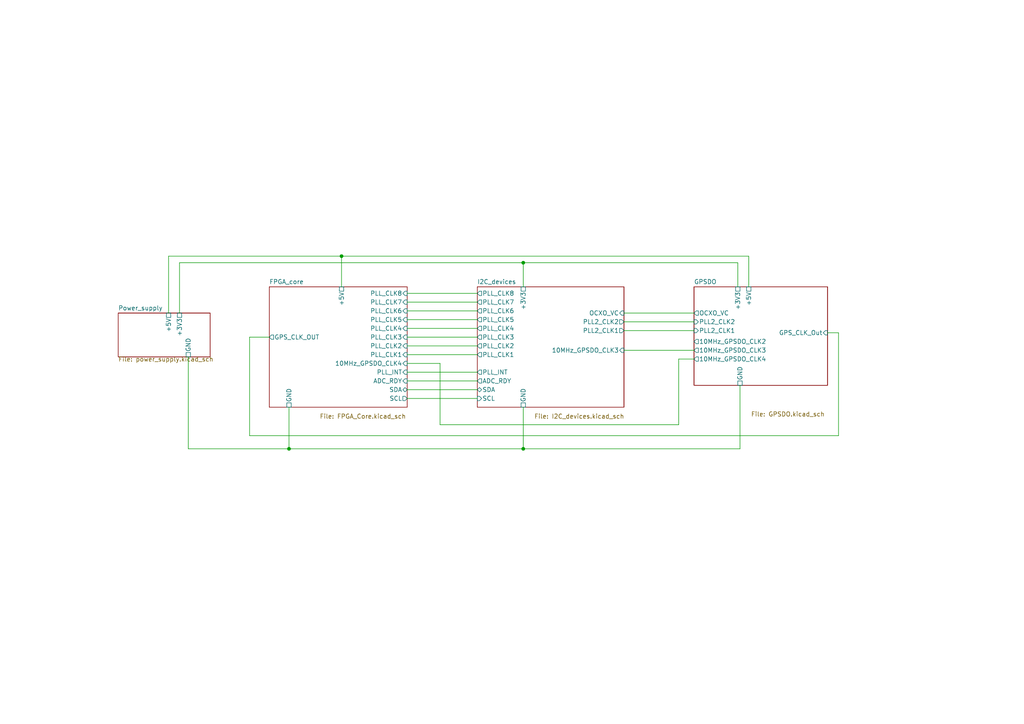
<source format=kicad_sch>
(kicad_sch
	(version 20231120)
	(generator "eeschema")
	(generator_version "8.0")
	(uuid "ce16708d-d128-417b-bc20-023893bfcb41")
	(paper "A4")
	(title_block
		(title "Counter_FPGA_Board")
		(date "2025-01-27")
		(rev "1.0")
	)
	(lib_symbols)
	(junction
		(at 99.06 74.295)
		(diameter 0)
		(color 0 0 0 0)
		(uuid "1f067727-4459-47b7-bfd2-9b223e4c5689")
	)
	(junction
		(at 151.765 130.175)
		(diameter 0)
		(color 0 0 0 0)
		(uuid "5c6d976f-bcb7-47bb-a5eb-b8bb749da7b9")
	)
	(junction
		(at 151.765 76.2)
		(diameter 0)
		(color 0 0 0 0)
		(uuid "d0dd6a1d-1751-4e36-8c3e-f08f384f4e81")
	)
	(junction
		(at 83.82 130.175)
		(diameter 0)
		(color 0 0 0 0)
		(uuid "d7a4d769-999e-4c35-84cd-5720d566cc3c")
	)
	(wire
		(pts
			(xy 118.11 110.49) (xy 138.43 110.49)
		)
		(stroke
			(width 0)
			(type default)
		)
		(uuid "0daae5e4-646a-4a42-b6a3-de5e3e584a4e")
	)
	(wire
		(pts
			(xy 214.63 111.76) (xy 214.63 130.175)
		)
		(stroke
			(width 0)
			(type default)
		)
		(uuid "0ebb4ec6-26ba-49e3-b889-257edfde0c30")
	)
	(wire
		(pts
			(xy 118.11 92.71) (xy 138.43 92.71)
		)
		(stroke
			(width 0)
			(type default)
		)
		(uuid "10cfcd35-1af1-407b-900f-03e042efe465")
	)
	(wire
		(pts
			(xy 48.895 90.805) (xy 48.895 74.295)
		)
		(stroke
			(width 0)
			(type default)
		)
		(uuid "172fdc8a-4960-4736-ade0-3ebbe30d9136")
	)
	(wire
		(pts
			(xy 118.11 105.41) (xy 127.635 105.41)
		)
		(stroke
			(width 0)
			(type default)
		)
		(uuid "18957c55-f223-4bda-95b1-d8a31bb0d1ce")
	)
	(wire
		(pts
			(xy 217.17 83.185) (xy 217.17 74.295)
		)
		(stroke
			(width 0)
			(type default)
		)
		(uuid "2672843e-dbe1-43f0-88a4-a8d60b60a02c")
	)
	(wire
		(pts
			(xy 118.11 100.33) (xy 138.43 100.33)
		)
		(stroke
			(width 0)
			(type default)
		)
		(uuid "2d3dc6f2-511b-4604-8b16-2cea4095a558")
	)
	(wire
		(pts
			(xy 118.11 95.25) (xy 138.43 95.25)
		)
		(stroke
			(width 0)
			(type default)
		)
		(uuid "2da7864d-b718-4c0d-8c89-4a86a3c35599")
	)
	(wire
		(pts
			(xy 201.295 104.14) (xy 196.85 104.14)
		)
		(stroke
			(width 0)
			(type default)
		)
		(uuid "2fd94a02-546b-442b-909f-2339d16ea3c9")
	)
	(wire
		(pts
			(xy 78.105 97.79) (xy 72.39 97.79)
		)
		(stroke
			(width 0)
			(type default)
		)
		(uuid "3b12537d-af99-4c5e-813e-37bf52318142")
	)
	(wire
		(pts
			(xy 99.06 74.295) (xy 99.06 83.185)
		)
		(stroke
			(width 0)
			(type default)
		)
		(uuid "4b7090bb-207b-48bb-a546-dce3484409ba")
	)
	(wire
		(pts
			(xy 99.06 74.295) (xy 217.17 74.295)
		)
		(stroke
			(width 0)
			(type default)
		)
		(uuid "4b772967-f2ae-4fd6-9f52-4adaf2476efe")
	)
	(wire
		(pts
			(xy 151.765 118.11) (xy 151.765 130.175)
		)
		(stroke
			(width 0)
			(type default)
		)
		(uuid "4bedab41-f4bc-402b-aea0-42ab5713f06b")
	)
	(wire
		(pts
			(xy 196.85 123.19) (xy 127.635 123.19)
		)
		(stroke
			(width 0)
			(type default)
		)
		(uuid "599879fe-5385-429f-90e2-20b1d2d1db54")
	)
	(wire
		(pts
			(xy 83.82 118.11) (xy 83.82 130.175)
		)
		(stroke
			(width 0)
			(type default)
		)
		(uuid "5c873804-390a-4a78-868b-295b8c646863")
	)
	(wire
		(pts
			(xy 151.765 76.2) (xy 213.995 76.2)
		)
		(stroke
			(width 0)
			(type default)
		)
		(uuid "5e3f9421-72b0-4ef4-9689-1c9db5da3b91")
	)
	(wire
		(pts
			(xy 48.895 74.295) (xy 99.06 74.295)
		)
		(stroke
			(width 0)
			(type default)
		)
		(uuid "614de82c-1d0e-4b9b-932f-5ed648b70614")
	)
	(wire
		(pts
			(xy 180.975 93.345) (xy 201.295 93.345)
		)
		(stroke
			(width 0)
			(type default)
		)
		(uuid "62cdc016-fd62-4938-a679-4265f7ba8cbc")
	)
	(wire
		(pts
			(xy 243.205 96.52) (xy 240.03 96.52)
		)
		(stroke
			(width 0)
			(type default)
		)
		(uuid "79d36bfe-e0aa-4168-b367-ebd4eeb9d136")
	)
	(wire
		(pts
			(xy 72.39 97.79) (xy 72.39 126.365)
		)
		(stroke
			(width 0)
			(type default)
		)
		(uuid "7a86d959-afd3-4f71-b455-bbd5f3f067b4")
	)
	(wire
		(pts
			(xy 180.975 101.6) (xy 201.295 101.6)
		)
		(stroke
			(width 0)
			(type default)
		)
		(uuid "7abf0684-6e5c-4e32-94fc-98a377fd76cf")
	)
	(wire
		(pts
			(xy 72.39 126.365) (xy 243.205 126.365)
		)
		(stroke
			(width 0)
			(type default)
		)
		(uuid "856e14a2-425f-4756-906d-859dc770ca38")
	)
	(wire
		(pts
			(xy 118.11 107.95) (xy 138.43 107.95)
		)
		(stroke
			(width 0)
			(type default)
		)
		(uuid "861af1c4-202d-49e7-801f-9d40814813f0")
	)
	(wire
		(pts
			(xy 52.07 76.2) (xy 151.765 76.2)
		)
		(stroke
			(width 0)
			(type default)
		)
		(uuid "8a68de05-276f-40cf-b27b-87a454915e56")
	)
	(wire
		(pts
			(xy 118.11 102.87) (xy 138.43 102.87)
		)
		(stroke
			(width 0)
			(type default)
		)
		(uuid "9244ae9b-115b-4423-94c6-d091993b955f")
	)
	(wire
		(pts
			(xy 52.07 90.805) (xy 52.07 76.2)
		)
		(stroke
			(width 0)
			(type default)
		)
		(uuid "95143ee1-c216-436d-a882-121531f83707")
	)
	(wire
		(pts
			(xy 54.61 103.505) (xy 54.61 130.175)
		)
		(stroke
			(width 0)
			(type default)
		)
		(uuid "a4b487d4-18a4-48d1-b249-04c9dccc0739")
	)
	(wire
		(pts
			(xy 118.11 97.79) (xy 138.43 97.79)
		)
		(stroke
			(width 0)
			(type default)
		)
		(uuid "a892bd5d-de20-4df7-8dd1-8ff9c8458da6")
	)
	(wire
		(pts
			(xy 83.82 130.175) (xy 151.765 130.175)
		)
		(stroke
			(width 0)
			(type default)
		)
		(uuid "a9c0bd3c-0c06-4214-b810-4f1317664037")
	)
	(wire
		(pts
			(xy 243.205 126.365) (xy 243.205 96.52)
		)
		(stroke
			(width 0)
			(type default)
		)
		(uuid "b9e68bbf-bd0a-4baa-b0e5-c1f2e821d4c1")
	)
	(wire
		(pts
			(xy 213.995 76.2) (xy 213.995 83.185)
		)
		(stroke
			(width 0)
			(type default)
		)
		(uuid "c18bc9d0-6f86-40db-9f9f-be8a2fba06d2")
	)
	(wire
		(pts
			(xy 118.11 85.09) (xy 138.43 85.09)
		)
		(stroke
			(width 0)
			(type default)
		)
		(uuid "c479959e-2a6a-48cc-b9b6-4bd3c4593cb3")
	)
	(wire
		(pts
			(xy 180.975 95.885) (xy 201.295 95.885)
		)
		(stroke
			(width 0)
			(type default)
		)
		(uuid "c8cfe678-2b38-49f9-9442-17d1b262ecb3")
	)
	(wire
		(pts
			(xy 196.85 104.14) (xy 196.85 123.19)
		)
		(stroke
			(width 0)
			(type default)
		)
		(uuid "c95927fa-e195-42e5-888a-680c4017cb9c")
	)
	(wire
		(pts
			(xy 151.765 130.175) (xy 214.63 130.175)
		)
		(stroke
			(width 0)
			(type default)
		)
		(uuid "c9e8b3ab-1b48-4a9e-bfd6-c8ee61c9b3ed")
	)
	(wire
		(pts
			(xy 118.11 113.03) (xy 138.43 113.03)
		)
		(stroke
			(width 0)
			(type default)
		)
		(uuid "cbd42a04-37ce-43bf-8291-95dae33a3af3")
	)
	(wire
		(pts
			(xy 118.11 115.57) (xy 138.43 115.57)
		)
		(stroke
			(width 0)
			(type default)
		)
		(uuid "cf8f84cc-5ca4-48e6-91b0-1227c9b298de")
	)
	(wire
		(pts
			(xy 180.975 90.805) (xy 201.295 90.805)
		)
		(stroke
			(width 0)
			(type default)
		)
		(uuid "d3970707-1ba7-4015-9791-9d16470fe48f")
	)
	(wire
		(pts
			(xy 127.635 123.19) (xy 127.635 105.41)
		)
		(stroke
			(width 0)
			(type default)
		)
		(uuid "d46c81f8-301c-4d70-a8dd-dd8f40a6cd98")
	)
	(wire
		(pts
			(xy 54.61 130.175) (xy 83.82 130.175)
		)
		(stroke
			(width 0)
			(type default)
		)
		(uuid "d7c4dd59-13d1-44bc-9f1c-5f193f529819")
	)
	(wire
		(pts
			(xy 118.11 90.17) (xy 138.43 90.17)
		)
		(stroke
			(width 0)
			(type default)
		)
		(uuid "def469f2-8d33-48a6-bb98-91b275563cb4")
	)
	(wire
		(pts
			(xy 151.765 76.2) (xy 151.765 83.185)
		)
		(stroke
			(width 0)
			(type default)
		)
		(uuid "e8799509-0dd1-49a9-b821-cea1fd133bc0")
	)
	(wire
		(pts
			(xy 118.11 87.63) (xy 138.43 87.63)
		)
		(stroke
			(width 0)
			(type default)
		)
		(uuid "f5387ae1-bc63-44ea-9b9e-824396855d63")
	)
	(sheet
		(at 138.43 83.185)
		(size 42.545 34.925)
		(stroke
			(width 0.1524)
			(type solid)
		)
		(fill
			(color 0 0 0 0.0000)
		)
		(uuid "03bbc098-95be-4789-9135-e5995921e79b")
		(property "Sheetname" "I2C_devices"
			(at 138.43 82.4734 0)
			(effects
				(font
					(size 1.27 1.27)
				)
				(justify left bottom)
			)
		)
		(property "Sheetfile" "I2C_devices.kicad_sch"
			(at 154.94 120.015 0)
			(effects
				(font
					(size 1.27 1.27)
				)
				(justify left top)
			)
		)
		(pin "PLL_CLK8" output
			(at 138.43 85.09 180)
			(effects
				(font
					(size 1.27 1.27)
				)
				(justify left)
			)
			(uuid "a5230cf2-af36-4307-847f-ac85d0468c2d")
		)
		(pin "PLL_CLK7" output
			(at 138.43 87.63 180)
			(effects
				(font
					(size 1.27 1.27)
				)
				(justify left)
			)
			(uuid "77537187-569c-488e-8f6f-9221e5bd1b1d")
		)
		(pin "PLL_CLK5" output
			(at 138.43 92.71 180)
			(effects
				(font
					(size 1.27 1.27)
				)
				(justify left)
			)
			(uuid "7f659e8c-9efe-4df4-87fb-bea75148a4ca")
		)
		(pin "PLL_CLK6" output
			(at 138.43 90.17 180)
			(effects
				(font
					(size 1.27 1.27)
				)
				(justify left)
			)
			(uuid "a5c06754-1abb-4d5d-a1af-4c1c023b6bbf")
		)
		(pin "PLL_CLK2" output
			(at 138.43 100.33 180)
			(effects
				(font
					(size 1.27 1.27)
				)
				(justify left)
			)
			(uuid "efc9575f-c1fc-4bbe-ad97-8331dd1505cf")
		)
		(pin "PLL_CLK1" output
			(at 138.43 102.87 180)
			(effects
				(font
					(size 1.27 1.27)
				)
				(justify left)
			)
			(uuid "2f02c875-2c9b-4378-b1f7-d2f1979d3415")
		)
		(pin "PLL_CLK3" output
			(at 138.43 97.79 180)
			(effects
				(font
					(size 1.27 1.27)
				)
				(justify left)
			)
			(uuid "9bf33ae3-910c-4f52-8d15-8410718e974f")
		)
		(pin "PLL_CLK4" output
			(at 138.43 95.25 180)
			(effects
				(font
					(size 1.27 1.27)
				)
				(justify left)
			)
			(uuid "ca7cfd13-44bf-4f27-bcf0-3750790fc5f2")
		)
		(pin "PLL_INT" output
			(at 138.43 107.95 180)
			(effects
				(font
					(size 1.27 1.27)
				)
				(justify left)
			)
			(uuid "c08e4bf7-c427-44fa-a214-a0fa7bff9728")
		)
		(pin "SCL" input
			(at 138.43 115.57 180)
			(effects
				(font
					(size 1.27 1.27)
				)
				(justify left)
			)
			(uuid "543fa4d0-925b-4a34-9e3f-7738d9166c79")
		)
		(pin "ADC_RDY" output
			(at 138.43 110.49 180)
			(effects
				(font
					(size 1.27 1.27)
				)
				(justify left)
			)
			(uuid "d1f726da-4087-481c-8117-ef9532bdb27b")
		)
		(pin "SDA" bidirectional
			(at 138.43 113.03 180)
			(effects
				(font
					(size 1.27 1.27)
				)
				(justify left)
			)
			(uuid "5f84a318-446d-4f27-a3f6-f565a7c28384")
		)
		(pin "OCXO_VC" input
			(at 180.975 90.805 0)
			(effects
				(font
					(size 1.27 1.27)
				)
				(justify right)
			)
			(uuid "f1fe41ba-e02e-4082-b01d-73198025157f")
		)
		(pin "PLL2_CLK1" output
			(at 180.975 95.885 0)
			(effects
				(font
					(size 1.27 1.27)
				)
				(justify right)
			)
			(uuid "994270d1-f1a7-40fc-bf20-c587ae97c70b")
		)
		(pin "PLL2_CLK2" output
			(at 180.975 93.345 0)
			(effects
				(font
					(size 1.27 1.27)
				)
				(justify right)
			)
			(uuid "5f24c635-f052-459d-94ff-1bf70b44b141")
		)
		(pin "GND" passive
			(at 151.765 118.11 270)
			(effects
				(font
					(size 1.27 1.27)
				)
				(justify left)
			)
			(uuid "6b3781a4-68a2-496b-bd67-03a3117c752d")
		)
		(pin "+3V3" passive
			(at 151.765 83.185 90)
			(effects
				(font
					(size 1.27 1.27)
				)
				(justify right)
			)
			(uuid "1a8b66ef-d695-49f8-afe1-6400c01c6571")
		)
		(pin "10MHz_GPSDO_CLK3" input
			(at 180.975 101.6 0)
			(effects
				(font
					(size 1.27 1.27)
				)
				(justify right)
			)
			(uuid "b127d636-3340-4e58-8a5f-5279475878a2")
		)
		(instances
			(project "FPGA_module"
				(path "/ce16708d-d128-417b-bc20-023893bfcb41"
					(page "3")
				)
			)
		)
	)
	(sheet
		(at 34.29 90.805)
		(size 26.67 12.7)
		(fields_autoplaced yes)
		(stroke
			(width 0.1524)
			(type solid)
		)
		(fill
			(color 0 0 0 0.0000)
		)
		(uuid "3c6465bb-8ca6-4842-a5f1-d7cd6e796dc2")
		(property "Sheetname" "Power_supply"
			(at 34.29 90.0934 0)
			(effects
				(font
					(size 1.27 1.27)
				)
				(justify left bottom)
			)
		)
		(property "Sheetfile" "power_supply.kicad_sch"
			(at 34.29 103.4546 0)
			(effects
				(font
					(size 1.27 1.27)
				)
				(justify left top)
			)
		)
		(pin "GND" passive
			(at 54.61 103.505 270)
			(effects
				(font
					(size 1.27 1.27)
				)
				(justify left)
			)
			(uuid "9ff7737f-fcba-4463-9593-8c7ad72c8428")
		)
		(pin "+5V" passive
			(at 48.895 90.805 90)
			(effects
				(font
					(size 1.27 1.27)
				)
				(justify right)
			)
			(uuid "f34a4cdb-419c-4362-9d56-f54981d3ac14")
		)
		(pin "+3V3" passive
			(at 52.07 90.805 90)
			(effects
				(font
					(size 1.27 1.27)
				)
				(justify right)
			)
			(uuid "87bc268b-15e3-4ea2-9ef1-06da427a2d53")
		)
		(instances
			(project "FPGA_module"
				(path "/ce16708d-d128-417b-bc20-023893bfcb41"
					(page "5")
				)
			)
		)
	)
	(sheet
		(at 78.105 83.185)
		(size 40.005 34.925)
		(stroke
			(width 0.1524)
			(type solid)
		)
		(fill
			(color 0 0 0 0.0000)
		)
		(uuid "84b275fd-9019-48e2-a00e-2135d322f876")
		(property "Sheetname" "FPGA_core"
			(at 78.105 82.4734 0)
			(effects
				(font
					(size 1.27 1.27)
				)
				(justify left bottom)
			)
		)
		(property "Sheetfile" "FPGA_Core.kicad_sch"
			(at 92.71 120.015 0)
			(effects
				(font
					(size 1.27 1.27)
				)
				(justify left top)
			)
		)
		(pin "PLL_CLK8" input
			(at 118.11 85.09 0)
			(effects
				(font
					(size 1.27 1.27)
				)
				(justify right)
			)
			(uuid "af30513a-4031-4936-bf51-787bd072b9ee")
		)
		(pin "PLL_CLK7" input
			(at 118.11 87.63 0)
			(effects
				(font
					(size 1.27 1.27)
				)
				(justify right)
			)
			(uuid "66f9268e-fd9f-4d27-968f-521339c5a89b")
		)
		(pin "PLL_CLK5" input
			(at 118.11 92.71 0)
			(effects
				(font
					(size 1.27 1.27)
				)
				(justify right)
			)
			(uuid "6c0d4f30-541b-427a-a0ea-3c456dc7b9e7")
		)
		(pin "PLL_CLK6" input
			(at 118.11 90.17 0)
			(effects
				(font
					(size 1.27 1.27)
				)
				(justify right)
			)
			(uuid "ba388443-d589-4bca-9a7c-ece00ba3184d")
		)
		(pin "PLL_CLK1" input
			(at 118.11 102.87 0)
			(effects
				(font
					(size 1.27 1.27)
				)
				(justify right)
			)
			(uuid "c1ca8f53-b060-4842-ac52-b932efe1dcf7")
		)
		(pin "PLL_CLK2" input
			(at 118.11 100.33 0)
			(effects
				(font
					(size 1.27 1.27)
				)
				(justify right)
			)
			(uuid "c84dc04a-0bc9-432c-b46c-19483d08d8eb")
		)
		(pin "PLL_CLK3" input
			(at 118.11 97.79 0)
			(effects
				(font
					(size 1.27 1.27)
				)
				(justify right)
			)
			(uuid "803d5779-420d-4b9e-859b-8ba0986a3756")
		)
		(pin "PLL_CLK4" input
			(at 118.11 95.25 0)
			(effects
				(font
					(size 1.27 1.27)
				)
				(justify right)
			)
			(uuid "0d44c482-fd56-4216-aa2d-77597b6abbd9")
		)
		(pin "PLL_INT" input
			(at 118.11 107.95 0)
			(effects
				(font
					(size 1.27 1.27)
				)
				(justify right)
			)
			(uuid "83acfb9e-1121-4afc-bc9f-75f865508aeb")
		)
		(pin "SCL" output
			(at 118.11 115.57 0)
			(effects
				(font
					(size 1.27 1.27)
				)
				(justify right)
			)
			(uuid "e72159ce-7940-49f4-814e-26a00f759ac4")
		)
		(pin "SDA" bidirectional
			(at 118.11 113.03 0)
			(effects
				(font
					(size 1.27 1.27)
				)
				(justify right)
			)
			(uuid "73a1a7f0-a9d6-4053-978c-ce40e7049409")
		)
		(pin "ADC_RDY" input
			(at 118.11 110.49 0)
			(effects
				(font
					(size 1.27 1.27)
				)
				(justify right)
			)
			(uuid "47cfc56e-a5b9-4d15-a84e-28bed88f2545")
		)
		(pin "GPS_CLK_OUT" output
			(at 78.105 97.79 180)
			(effects
				(font
					(size 1.27 1.27)
				)
				(justify left)
			)
			(uuid "c2637c6c-b154-46db-bc89-8a376cc3a69e")
		)
		(pin "GND" passive
			(at 83.82 118.11 270)
			(effects
				(font
					(size 1.27 1.27)
				)
				(justify left)
			)
			(uuid "8090ce90-90a4-427b-80e2-b48856a8ce57")
		)
		(pin "+5V" passive
			(at 99.06 83.185 90)
			(effects
				(font
					(size 1.27 1.27)
				)
				(justify right)
			)
			(uuid "05e105a0-dec0-4630-8454-6dff0060fb95")
		)
		(pin "10MHz_GPSDO_CLK4" input
			(at 118.11 105.41 0)
			(effects
				(font
					(size 1.27 1.27)
				)
				(justify right)
			)
			(uuid "49cc5a0e-fd5d-432f-8fec-8b2f42d77a31")
		)
		(instances
			(project "FPGA_module"
				(path "/ce16708d-d128-417b-bc20-023893bfcb41"
					(page "2")
				)
			)
		)
	)
	(sheet
		(at 201.295 83.185)
		(size 38.735 28.575)
		(stroke
			(width 0.1524)
			(type solid)
		)
		(fill
			(color 0 0 0 0.0000)
		)
		(uuid "bfd3fee3-3b86-4de3-ba15-e3738d591cbd")
		(property "Sheetname" "GPSDO"
			(at 201.295 82.4734 0)
			(effects
				(font
					(size 1.27 1.27)
				)
				(justify left bottom)
			)
		)
		(property "Sheetfile" "GPSDO.kicad_sch"
			(at 217.805 119.38 0)
			(effects
				(font
					(size 1.27 1.27)
				)
				(justify left top)
			)
		)
		(pin "OCXO_VC" output
			(at 201.295 90.805 180)
			(effects
				(font
					(size 1.27 1.27)
				)
				(justify left)
			)
			(uuid "a98bd386-0c6a-4250-a7a0-617affc0276b")
		)
		(pin "PLL2_CLK2" input
			(at 201.295 93.345 180)
			(effects
				(font
					(size 1.27 1.27)
				)
				(justify left)
			)
			(uuid "72407338-1f8f-46ec-a595-d9cd8b3c9444")
		)
		(pin "PLL2_CLK1" input
			(at 201.295 95.885 180)
			(effects
				(font
					(size 1.27 1.27)
				)
				(justify left)
			)
			(uuid "43b26064-ca33-46d0-bc54-571e47067cfa")
		)
		(pin "GPS_CLK_Out" input
			(at 240.03 96.52 0)
			(effects
				(font
					(size 1.27 1.27)
				)
				(justify right)
			)
			(uuid "329f645d-5208-4d52-8b24-c89c89f75c0b")
		)
		(pin "GND" passive
			(at 214.63 111.76 270)
			(effects
				(font
					(size 1.27 1.27)
				)
				(justify left)
			)
			(uuid "0d6a0bb9-f4b2-4a0d-87f3-209d144e1bb9")
		)
		(pin "+3V3" passive
			(at 213.995 83.185 90)
			(effects
				(font
					(size 1.27 1.27)
				)
				(justify right)
			)
			(uuid "fa3de2d6-bffa-4f2a-bc9f-1e7fdcdb389a")
		)
		(pin "+5V" passive
			(at 217.17 83.185 90)
			(effects
				(font
					(size 1.27 1.27)
				)
				(justify right)
			)
			(uuid "97b35ac7-ff6d-42b5-bf88-7ecff589e815")
		)
		(pin "10MHz_GPSDO_CLK4" output
			(at 201.295 104.14 180)
			(effects
				(font
					(size 1.27 1.27)
				)
				(justify left)
			)
			(uuid "8db7a175-ec5a-45e7-8261-16ec24cb10f4")
		)
		(pin "10MHz_GPSDO_CLK3" output
			(at 201.295 101.6 180)
			(effects
				(font
					(size 1.27 1.27)
				)
				(justify left)
			)
			(uuid "75956c73-fc46-47b1-a682-2650d47d07db")
		)
		(pin "10MHz_GPSDO_CLK2" output
			(at 201.295 99.06 180)
			(effects
				(font
					(size 1.27 1.27)
				)
				(justify left)
			)
			(uuid "e69e96d2-cf17-4642-a23d-e0dcbe6e1ae6")
		)
		(instances
			(project "FPGA_module"
				(path "/ce16708d-d128-417b-bc20-023893bfcb41"
					(page "4")
				)
			)
		)
	)
	(sheet_instances
		(path "/"
			(page "1")
		)
	)
)

</source>
